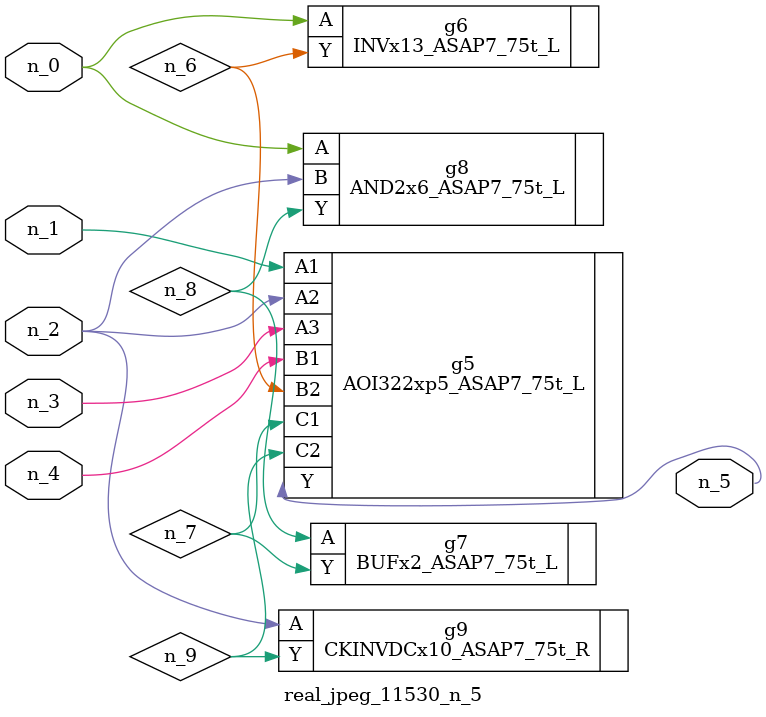
<source format=v>
module real_jpeg_11530_n_5 (n_4, n_0, n_1, n_2, n_3, n_5);

input n_4;
input n_0;
input n_1;
input n_2;
input n_3;

output n_5;

wire n_8;
wire n_6;
wire n_7;
wire n_9;

INVx13_ASAP7_75t_L g6 ( 
.A(n_0),
.Y(n_6)
);

AND2x6_ASAP7_75t_L g8 ( 
.A(n_0),
.B(n_2),
.Y(n_8)
);

AOI322xp5_ASAP7_75t_L g5 ( 
.A1(n_1),
.A2(n_2),
.A3(n_3),
.B1(n_4),
.B2(n_6),
.C1(n_7),
.C2(n_9),
.Y(n_5)
);

CKINVDCx10_ASAP7_75t_R g9 ( 
.A(n_2),
.Y(n_9)
);

BUFx2_ASAP7_75t_L g7 ( 
.A(n_8),
.Y(n_7)
);


endmodule
</source>
